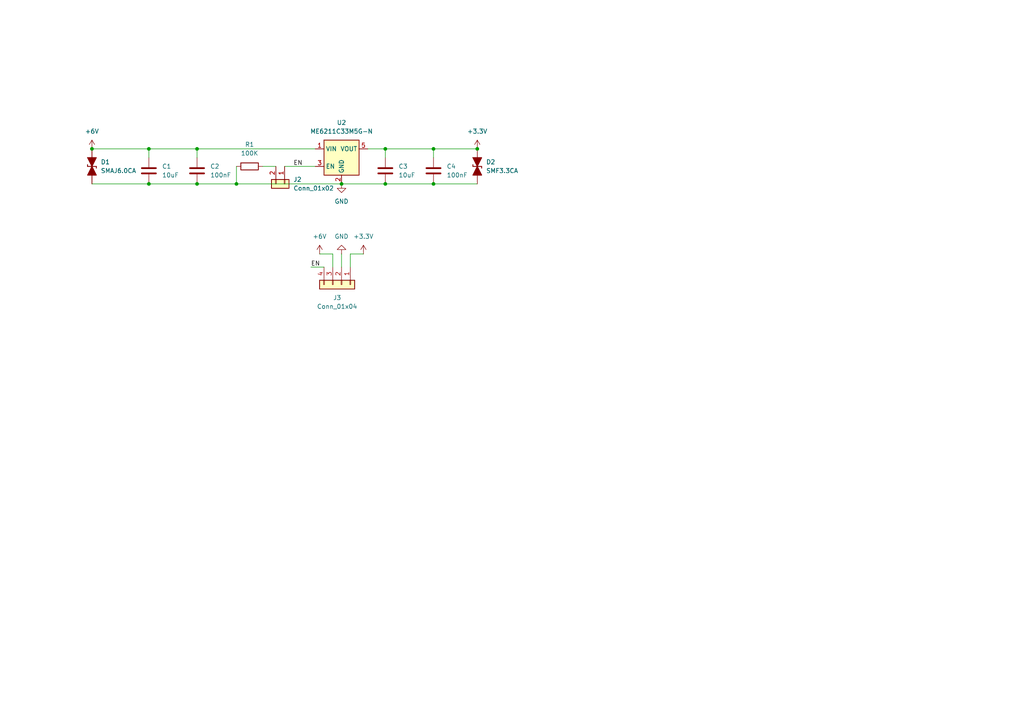
<source format=kicad_sch>
(kicad_sch
	(version 20250114)
	(generator "eeschema")
	(generator_version "9.0")
	(uuid "1df6ae02-d3d4-4e02-9ae3-4242eafe4dc1")
	(paper "A4")
	(lib_symbols
		(symbol "Connector_Generic:Conn_01x02"
			(pin_names
				(offset 1.016)
				(hide yes)
			)
			(exclude_from_sim no)
			(in_bom yes)
			(on_board yes)
			(property "Reference" "J"
				(at 0 2.54 0)
				(effects
					(font
						(size 1.27 1.27)
					)
				)
			)
			(property "Value" "Conn_01x02"
				(at 0 -5.08 0)
				(effects
					(font
						(size 1.27 1.27)
					)
				)
			)
			(property "Footprint" ""
				(at 0 0 0)
				(effects
					(font
						(size 1.27 1.27)
					)
					(hide yes)
				)
			)
			(property "Datasheet" "~"
				(at 0 0 0)
				(effects
					(font
						(size 1.27 1.27)
					)
					(hide yes)
				)
			)
			(property "Description" "Generic connector, single row, 01x02, script generated (kicad-library-utils/schlib/autogen/connector/)"
				(at 0 0 0)
				(effects
					(font
						(size 1.27 1.27)
					)
					(hide yes)
				)
			)
			(property "ki_keywords" "connector"
				(at 0 0 0)
				(effects
					(font
						(size 1.27 1.27)
					)
					(hide yes)
				)
			)
			(property "ki_fp_filters" "Connector*:*_1x??_*"
				(at 0 0 0)
				(effects
					(font
						(size 1.27 1.27)
					)
					(hide yes)
				)
			)
			(symbol "Conn_01x02_1_1"
				(rectangle
					(start -1.27 1.27)
					(end 1.27 -3.81)
					(stroke
						(width 0.254)
						(type default)
					)
					(fill
						(type background)
					)
				)
				(rectangle
					(start -1.27 0.127)
					(end 0 -0.127)
					(stroke
						(width 0.1524)
						(type default)
					)
					(fill
						(type none)
					)
				)
				(rectangle
					(start -1.27 -2.413)
					(end 0 -2.667)
					(stroke
						(width 0.1524)
						(type default)
					)
					(fill
						(type none)
					)
				)
				(pin passive line
					(at -5.08 0 0)
					(length 3.81)
					(name "Pin_1"
						(effects
							(font
								(size 1.27 1.27)
							)
						)
					)
					(number "1"
						(effects
							(font
								(size 1.27 1.27)
							)
						)
					)
				)
				(pin passive line
					(at -5.08 -2.54 0)
					(length 3.81)
					(name "Pin_2"
						(effects
							(font
								(size 1.27 1.27)
							)
						)
					)
					(number "2"
						(effects
							(font
								(size 1.27 1.27)
							)
						)
					)
				)
			)
			(embedded_fonts no)
		)
		(symbol "Connector_Generic:Conn_01x04"
			(pin_names
				(offset 1.016)
				(hide yes)
			)
			(exclude_from_sim no)
			(in_bom yes)
			(on_board yes)
			(property "Reference" "J"
				(at 0 5.08 0)
				(effects
					(font
						(size 1.27 1.27)
					)
				)
			)
			(property "Value" "Conn_01x04"
				(at 0 -7.62 0)
				(effects
					(font
						(size 1.27 1.27)
					)
				)
			)
			(property "Footprint" ""
				(at 0 0 0)
				(effects
					(font
						(size 1.27 1.27)
					)
					(hide yes)
				)
			)
			(property "Datasheet" "~"
				(at 0 0 0)
				(effects
					(font
						(size 1.27 1.27)
					)
					(hide yes)
				)
			)
			(property "Description" "Generic connector, single row, 01x04, script generated (kicad-library-utils/schlib/autogen/connector/)"
				(at 0 0 0)
				(effects
					(font
						(size 1.27 1.27)
					)
					(hide yes)
				)
			)
			(property "ki_keywords" "connector"
				(at 0 0 0)
				(effects
					(font
						(size 1.27 1.27)
					)
					(hide yes)
				)
			)
			(property "ki_fp_filters" "Connector*:*_1x??_*"
				(at 0 0 0)
				(effects
					(font
						(size 1.27 1.27)
					)
					(hide yes)
				)
			)
			(symbol "Conn_01x04_1_1"
				(rectangle
					(start -1.27 3.81)
					(end 1.27 -6.35)
					(stroke
						(width 0.254)
						(type default)
					)
					(fill
						(type background)
					)
				)
				(rectangle
					(start -1.27 2.667)
					(end 0 2.413)
					(stroke
						(width 0.1524)
						(type default)
					)
					(fill
						(type none)
					)
				)
				(rectangle
					(start -1.27 0.127)
					(end 0 -0.127)
					(stroke
						(width 0.1524)
						(type default)
					)
					(fill
						(type none)
					)
				)
				(rectangle
					(start -1.27 -2.413)
					(end 0 -2.667)
					(stroke
						(width 0.1524)
						(type default)
					)
					(fill
						(type none)
					)
				)
				(rectangle
					(start -1.27 -4.953)
					(end 0 -5.207)
					(stroke
						(width 0.1524)
						(type default)
					)
					(fill
						(type none)
					)
				)
				(pin passive line
					(at -5.08 2.54 0)
					(length 3.81)
					(name "Pin_1"
						(effects
							(font
								(size 1.27 1.27)
							)
						)
					)
					(number "1"
						(effects
							(font
								(size 1.27 1.27)
							)
						)
					)
				)
				(pin passive line
					(at -5.08 0 0)
					(length 3.81)
					(name "Pin_2"
						(effects
							(font
								(size 1.27 1.27)
							)
						)
					)
					(number "2"
						(effects
							(font
								(size 1.27 1.27)
							)
						)
					)
				)
				(pin passive line
					(at -5.08 -2.54 0)
					(length 3.81)
					(name "Pin_3"
						(effects
							(font
								(size 1.27 1.27)
							)
						)
					)
					(number "3"
						(effects
							(font
								(size 1.27 1.27)
							)
						)
					)
				)
				(pin passive line
					(at -5.08 -5.08 0)
					(length 3.81)
					(name "Pin_4"
						(effects
							(font
								(size 1.27 1.27)
							)
						)
					)
					(number "4"
						(effects
							(font
								(size 1.27 1.27)
							)
						)
					)
				)
			)
			(embedded_fonts no)
		)
		(symbol "Library:ME6211C33M5G-N"
			(exclude_from_sim no)
			(in_bom yes)
			(on_board yes)
			(property "Reference" "U"
				(at 0 8.89 0)
				(effects
					(font
						(size 1.27 1.27)
					)
				)
			)
			(property "Value" "ME6211C33M5G-N"
				(at 0 6.35 0)
				(effects
					(font
						(size 1.27 1.27)
					)
				)
			)
			(property "Footprint" "Package_TO_SOT_SMD:SOT-23-5"
				(at 0 7.62 0)
				(effects
					(font
						(size 1.27 1.27)
					)
					(hide yes)
				)
			)
			(property "Datasheet" "https://www.jlc-smt.com/lcsc/detail?componentCode=C82942"
				(at 0 7.62 0)
				(effects
					(font
						(size 1.27 1.27)
					)
					(hide yes)
				)
			)
			(property "Description" "250mA low-noise LDO, 2.2V-5.5V input, 1.5V output, SOT-23-5"
				(at 0 0 0)
				(effects
					(font
						(size 1.27 1.27)
					)
					(hide yes)
				)
			)
			(property "ki_keywords" "LDO regulator voltage"
				(at 0 0 0)
				(effects
					(font
						(size 1.27 1.27)
					)
					(hide yes)
				)
			)
			(property "ki_fp_filters" "SOT?23*"
				(at 0 0 0)
				(effects
					(font
						(size 1.27 1.27)
					)
					(hide yes)
				)
			)
			(symbol "ME6211C33M5G-N_0_1"
				(rectangle
					(start -5.08 5.08)
					(end 5.08 -5.08)
					(stroke
						(width 0.254)
						(type default)
					)
					(fill
						(type background)
					)
				)
			)
			(symbol "ME6211C33M5G-N_1_1"
				(pin power_in line
					(at -7.62 2.54 0)
					(length 2.54)
					(name "VIN"
						(effects
							(font
								(size 1.27 1.27)
							)
						)
					)
					(number "1"
						(effects
							(font
								(size 1.27 1.27)
							)
						)
					)
				)
				(pin input line
					(at -7.62 -2.54 0)
					(length 2.54)
					(name "EN"
						(effects
							(font
								(size 1.27 1.27)
							)
						)
					)
					(number "3"
						(effects
							(font
								(size 1.27 1.27)
							)
						)
					)
				)
				(pin power_in line
					(at 0 -7.62 90)
					(length 2.54)
					(name "GND"
						(effects
							(font
								(size 1.27 1.27)
							)
						)
					)
					(number "2"
						(effects
							(font
								(size 1.27 1.27)
							)
						)
					)
				)
				(pin no_connect line
					(at 5.08 -2.54 180)
					(length 2.54)
					(hide yes)
					(name "NC"
						(effects
							(font
								(size 1.27 1.27)
							)
						)
					)
					(number "4"
						(effects
							(font
								(size 1.27 1.27)
							)
						)
					)
				)
				(pin power_out line
					(at 7.62 2.54 180)
					(length 2.54)
					(name "VOUT"
						(effects
							(font
								(size 1.27 1.27)
							)
						)
					)
					(number "5"
						(effects
							(font
								(size 1.27 1.27)
							)
						)
					)
				)
			)
			(embedded_fonts no)
		)
		(symbol "Library:SMF3.3CA"
			(pin_numbers
				(hide yes)
			)
			(pin_names
				(offset 1.016)
				(hide yes)
			)
			(exclude_from_sim no)
			(in_bom yes)
			(on_board yes)
			(property "Reference" "D"
				(at 0 5.08 0)
				(effects
					(font
						(size 1.27 1.27)
					)
				)
			)
			(property "Value" "SMF3.3CA"
				(at 0 2.54 0)
				(effects
					(font
						(size 1.27 1.27)
					)
				)
			)
			(property "Footprint" "PCM_Diode_SMD_AKL:D_SOD-123F"
				(at 0 0 0)
				(effects
					(font
						(size 1.27 1.27)
					)
					(hide yes)
				)
			)
			(property "Datasheet" "https://item.szlcsc.com/48682096.html?fromZone=s_s__%2522SMF3.3CA%2522&spm=sc.gb.xh1.zy.n___sc.it.hd.ss&lcsc_vid=RVRcUVYDElFdXlJeRAALAwJQTwNeBgZeQ1QMUwJSRlQxVlNSQVZWVV1VR1lXVTtW"
				(at 0 0 0)
				(effects
					(font
						(size 1.27 1.27)
					)
					(hide yes)
				)
			)
			(property "Description" "SOD-123F Bidirectional TVS Diode, 5V, 200W, Alternate KiCAD Library"
				(at 0 0 0)
				(effects
					(font
						(size 1.27 1.27)
					)
					(hide yes)
				)
			)
			(property "ki_keywords" "diode TVS bidirectional SMF-CA"
				(at 0 0 0)
				(effects
					(font
						(size 1.27 1.27)
					)
					(hide yes)
				)
			)
			(property "ki_fp_filters" "TO-???* *_Diode_* *SingleDiode* D_*"
				(at 0 0 0)
				(effects
					(font
						(size 1.27 1.27)
					)
					(hide yes)
				)
			)
			(symbol "SMF3.3CA_0_1"
				(polyline
					(pts
						(xy 0 1.27) (xy 0 -1.27)
					)
					(stroke
						(width 0.254)
						(type default)
					)
					(fill
						(type none)
					)
				)
				(polyline
					(pts
						(xy 0 1.27) (xy 0.508 1.27)
					)
					(stroke
						(width 0.254)
						(type default)
					)
					(fill
						(type none)
					)
				)
				(polyline
					(pts
						(xy 0 0) (xy -2.54 1.27) (xy -2.54 -1.27) (xy 0 0)
					)
					(stroke
						(width 0.254)
						(type default)
					)
					(fill
						(type outline)
					)
				)
				(polyline
					(pts
						(xy 0 -1.27) (xy -0.508 -1.27)
					)
					(stroke
						(width 0.254)
						(type default)
					)
					(fill
						(type none)
					)
				)
				(polyline
					(pts
						(xy 1.27 0) (xy -1.27 0)
					)
					(stroke
						(width 0)
						(type default)
					)
					(fill
						(type none)
					)
				)
				(polyline
					(pts
						(xy 2.54 1.27) (xy 2.54 -1.27) (xy 0 0) (xy 2.54 1.27)
					)
					(stroke
						(width 0.254)
						(type default)
					)
					(fill
						(type outline)
					)
				)
			)
			(symbol "SMF3.3CA_0_2"
				(polyline
					(pts
						(xy -3.81 -3.81) (xy 3.81 3.81)
					)
					(stroke
						(width 0)
						(type default)
					)
					(fill
						(type none)
					)
				)
				(polyline
					(pts
						(xy -1.778 -1.778) (xy -2.667 -0.889) (xy 0 0) (xy -0.889 -2.667) (xy -1.778 -1.778)
					)
					(stroke
						(width 0.254)
						(type default)
					)
					(fill
						(type outline)
					)
				)
				(polyline
					(pts
						(xy -0.889 0.889) (xy -1.27 0.508)
					)
					(stroke
						(width 0.254)
						(type default)
					)
					(fill
						(type none)
					)
				)
				(polyline
					(pts
						(xy -0.889 0.889) (xy 0.889 -0.889)
					)
					(stroke
						(width 0.254)
						(type default)
					)
					(fill
						(type none)
					)
				)
				(polyline
					(pts
						(xy 0.889 -0.889) (xy 1.27 -0.508)
					)
					(stroke
						(width 0.254)
						(type default)
					)
					(fill
						(type none)
					)
				)
				(polyline
					(pts
						(xy 1.778 1.778) (xy 2.667 0.889) (xy 0 0) (xy 0.889 2.667) (xy 1.778 1.778)
					)
					(stroke
						(width 0.254)
						(type default)
					)
					(fill
						(type outline)
					)
				)
			)
			(symbol "SMF3.3CA_1_1"
				(pin passive line
					(at -5.08 0 0)
					(length 2.54)
					(name "K"
						(effects
							(font
								(size 1.27 1.27)
							)
						)
					)
					(number "1"
						(effects
							(font
								(size 1.27 1.27)
							)
						)
					)
				)
				(pin passive line
					(at 5.08 0 180)
					(length 2.54)
					(name "A"
						(effects
							(font
								(size 1.27 1.27)
							)
						)
					)
					(number "2"
						(effects
							(font
								(size 1.27 1.27)
							)
						)
					)
				)
			)
			(symbol "SMF3.3CA_1_2"
				(pin passive line
					(at -3.81 -3.81 0)
					(length 0)
					(name "A"
						(effects
							(font
								(size 1.27 1.27)
							)
						)
					)
					(number "2"
						(effects
							(font
								(size 1.27 1.27)
							)
						)
					)
				)
				(pin passive line
					(at 3.81 3.81 180)
					(length 0)
					(name "K"
						(effects
							(font
								(size 1.27 1.27)
							)
						)
					)
					(number "1"
						(effects
							(font
								(size 1.27 1.27)
							)
						)
					)
				)
			)
			(embedded_fonts no)
		)
		(symbol "PCM_Capacitor_US_AKL:C_1206"
			(pin_numbers
				(hide yes)
			)
			(pin_names
				(offset 0.254)
			)
			(exclude_from_sim no)
			(in_bom yes)
			(on_board yes)
			(property "Reference" "C"
				(at 0.635 2.54 0)
				(effects
					(font
						(size 1.27 1.27)
					)
					(justify left)
				)
			)
			(property "Value" "C_1206"
				(at 0.635 -2.54 0)
				(effects
					(font
						(size 1.27 1.27)
					)
					(justify left)
				)
			)
			(property "Footprint" "PCM_Capacitor_SMD_AKL:C_1206_3216Metric"
				(at 0.9652 -3.81 0)
				(effects
					(font
						(size 1.27 1.27)
					)
					(hide yes)
				)
			)
			(property "Datasheet" "~"
				(at 0 0 0)
				(effects
					(font
						(size 1.27 1.27)
					)
					(hide yes)
				)
			)
			(property "Description" "SMD 1206 MLCC capacitor, Alternate KiCad Library"
				(at 0 0 0)
				(effects
					(font
						(size 1.27 1.27)
					)
					(hide yes)
				)
			)
			(property "ki_keywords" "cap capacitor ceramic chip mlcc smd 1206"
				(at 0 0 0)
				(effects
					(font
						(size 1.27 1.27)
					)
					(hide yes)
				)
			)
			(property "ki_fp_filters" "C_*"
				(at 0 0 0)
				(effects
					(font
						(size 1.27 1.27)
					)
					(hide yes)
				)
			)
			(symbol "C_1206_0_1"
				(polyline
					(pts
						(xy -2.032 0.762) (xy 2.032 0.762)
					)
					(stroke
						(width 0.508)
						(type default)
					)
					(fill
						(type none)
					)
				)
				(polyline
					(pts
						(xy -2.032 -0.762) (xy 2.032 -0.762)
					)
					(stroke
						(width 0.508)
						(type default)
					)
					(fill
						(type none)
					)
				)
			)
			(symbol "C_1206_0_2"
				(polyline
					(pts
						(xy -2.54 -2.54) (xy -0.381 -0.381)
					)
					(stroke
						(width 0)
						(type default)
					)
					(fill
						(type none)
					)
				)
				(polyline
					(pts
						(xy -0.508 -0.508) (xy -1.651 0.635)
					)
					(stroke
						(width 0.508)
						(type default)
					)
					(fill
						(type none)
					)
				)
				(polyline
					(pts
						(xy -0.508 -0.508) (xy 0.635 -1.651)
					)
					(stroke
						(width 0.508)
						(type default)
					)
					(fill
						(type none)
					)
				)
				(polyline
					(pts
						(xy 0.381 0.381) (xy 2.54 2.54)
					)
					(stroke
						(width 0)
						(type default)
					)
					(fill
						(type none)
					)
				)
				(polyline
					(pts
						(xy 0.508 0.508) (xy -0.635 1.651)
					)
					(stroke
						(width 0.508)
						(type default)
					)
					(fill
						(type none)
					)
				)
				(polyline
					(pts
						(xy 0.508 0.508) (xy 1.651 -0.635)
					)
					(stroke
						(width 0.508)
						(type default)
					)
					(fill
						(type none)
					)
				)
			)
			(symbol "C_1206_1_1"
				(pin passive line
					(at 0 3.81 270)
					(length 2.794)
					(name "~"
						(effects
							(font
								(size 1.27 1.27)
							)
						)
					)
					(number "1"
						(effects
							(font
								(size 1.27 1.27)
							)
						)
					)
				)
				(pin passive line
					(at 0 -3.81 90)
					(length 2.794)
					(name "~"
						(effects
							(font
								(size 1.27 1.27)
							)
						)
					)
					(number "2"
						(effects
							(font
								(size 1.27 1.27)
							)
						)
					)
				)
			)
			(symbol "C_1206_1_2"
				(pin passive line
					(at -2.54 -2.54 90)
					(length 0)
					(name "~"
						(effects
							(font
								(size 1.27 1.27)
							)
						)
					)
					(number "2"
						(effects
							(font
								(size 1.27 1.27)
							)
						)
					)
				)
				(pin passive line
					(at 2.54 2.54 270)
					(length 0)
					(name "~"
						(effects
							(font
								(size 1.27 1.27)
							)
						)
					)
					(number "1"
						(effects
							(font
								(size 1.27 1.27)
							)
						)
					)
				)
			)
			(embedded_fonts no)
		)
		(symbol "PCM_Diode_TVS_AKL:SMAJ6.0CA"
			(pin_numbers
				(hide yes)
			)
			(pin_names
				(offset 1.016)
				(hide yes)
			)
			(exclude_from_sim no)
			(in_bom yes)
			(on_board yes)
			(property "Reference" "D"
				(at 0 5.08 0)
				(effects
					(font
						(size 1.27 1.27)
					)
				)
			)
			(property "Value" "SMAJ6.0CA"
				(at 0 2.54 0)
				(effects
					(font
						(size 1.27 1.27)
					)
				)
			)
			(property "Footprint" "PCM_Diode_SMD_AKL:D_SMA_TVS"
				(at 0 0 0)
				(effects
					(font
						(size 1.27 1.27)
					)
					(hide yes)
				)
			)
			(property "Datasheet" "https://www.tme.eu/Document/dbc72d81c249fe51b6ab42300e8e06d0/SMAJ_ser.pdf"
				(at 0 0 0)
				(effects
					(font
						(size 1.27 1.27)
					)
					(hide yes)
				)
			)
			(property "Description" "SMA Bidirectional TVS Diode, 6V, 400W, Alternate KiCAD Library"
				(at 0 0 0)
				(effects
					(font
						(size 1.27 1.27)
					)
					(hide yes)
				)
			)
			(property "ki_keywords" "diode TVS bidirectional SMAJ-CA"
				(at 0 0 0)
				(effects
					(font
						(size 1.27 1.27)
					)
					(hide yes)
				)
			)
			(property "ki_fp_filters" "TO-???* *_Diode_* *SingleDiode* D_*"
				(at 0 0 0)
				(effects
					(font
						(size 1.27 1.27)
					)
					(hide yes)
				)
			)
			(symbol "SMAJ6.0CA_0_1"
				(polyline
					(pts
						(xy 0 1.27) (xy 0 -1.27)
					)
					(stroke
						(width 0.254)
						(type default)
					)
					(fill
						(type none)
					)
				)
				(polyline
					(pts
						(xy 0 1.27) (xy 0.508 1.27)
					)
					(stroke
						(width 0.254)
						(type default)
					)
					(fill
						(type none)
					)
				)
				(polyline
					(pts
						(xy 0 0) (xy -2.54 1.27) (xy -2.54 -1.27) (xy 0 0)
					)
					(stroke
						(width 0.254)
						(type default)
					)
					(fill
						(type outline)
					)
				)
				(polyline
					(pts
						(xy 0 -1.27) (xy -0.508 -1.27)
					)
					(stroke
						(width 0.254)
						(type default)
					)
					(fill
						(type none)
					)
				)
				(polyline
					(pts
						(xy 1.27 0) (xy -1.27 0)
					)
					(stroke
						(width 0)
						(type default)
					)
					(fill
						(type none)
					)
				)
				(polyline
					(pts
						(xy 2.54 1.27) (xy 2.54 -1.27) (xy 0 0) (xy 2.54 1.27)
					)
					(stroke
						(width 0.254)
						(type default)
					)
					(fill
						(type outline)
					)
				)
			)
			(symbol "SMAJ6.0CA_0_2"
				(polyline
					(pts
						(xy -3.81 -3.81) (xy 3.81 3.81)
					)
					(stroke
						(width 0)
						(type default)
					)
					(fill
						(type none)
					)
				)
				(polyline
					(pts
						(xy -1.778 -1.778) (xy -2.667 -0.889) (xy 0 0) (xy -0.889 -2.667) (xy -1.778 -1.778)
					)
					(stroke
						(width 0.254)
						(type default)
					)
					(fill
						(type outline)
					)
				)
				(polyline
					(pts
						(xy -0.889 0.889) (xy -1.27 0.508)
					)
					(stroke
						(width 0.254)
						(type default)
					)
					(fill
						(type none)
					)
				)
				(polyline
					(pts
						(xy -0.889 0.889) (xy 0.889 -0.889)
					)
					(stroke
						(width 0.254)
						(type default)
					)
					(fill
						(type none)
					)
				)
				(polyline
					(pts
						(xy 0.889 -0.889) (xy 1.27 -0.508)
					)
					(stroke
						(width 0.254)
						(type default)
					)
					(fill
						(type none)
					)
				)
				(polyline
					(pts
						(xy 1.778 1.778) (xy 2.667 0.889) (xy 0 0) (xy 0.889 2.667) (xy 1.778 1.778)
					)
					(stroke
						(width 0.254)
						(type default)
					)
					(fill
						(type outline)
					)
				)
			)
			(symbol "SMAJ6.0CA_1_1"
				(pin passive line
					(at -5.08 0 0)
					(length 2.54)
					(name "K"
						(effects
							(font
								(size 1.27 1.27)
							)
						)
					)
					(number "1"
						(effects
							(font
								(size 1.27 1.27)
							)
						)
					)
				)
				(pin passive line
					(at 5.08 0 180)
					(length 2.54)
					(name "A"
						(effects
							(font
								(size 1.27 1.27)
							)
						)
					)
					(number "2"
						(effects
							(font
								(size 1.27 1.27)
							)
						)
					)
				)
			)
			(symbol "SMAJ6.0CA_1_2"
				(pin passive line
					(at -3.81 -3.81 0)
					(length 0)
					(name "A"
						(effects
							(font
								(size 1.27 1.27)
							)
						)
					)
					(number "2"
						(effects
							(font
								(size 1.27 1.27)
							)
						)
					)
				)
				(pin passive line
					(at 3.81 3.81 180)
					(length 0)
					(name "K"
						(effects
							(font
								(size 1.27 1.27)
							)
						)
					)
					(number "1"
						(effects
							(font
								(size 1.27 1.27)
							)
						)
					)
				)
			)
			(embedded_fonts no)
		)
		(symbol "PCM_Resistor_AKL:R_1206"
			(pin_numbers
				(hide yes)
			)
			(pin_names
				(offset 0)
			)
			(exclude_from_sim no)
			(in_bom yes)
			(on_board yes)
			(property "Reference" "R"
				(at 2.54 1.27 0)
				(effects
					(font
						(size 1.27 1.27)
					)
					(justify left)
				)
			)
			(property "Value" "R_1206"
				(at 2.54 -1.27 0)
				(effects
					(font
						(size 1.27 1.27)
					)
					(justify left)
				)
			)
			(property "Footprint" "PCM_Resistor_SMD_AKL:R_1206_3216Metric"
				(at 0 -11.43 0)
				(effects
					(font
						(size 1.27 1.27)
					)
					(hide yes)
				)
			)
			(property "Datasheet" "~"
				(at 0 0 0)
				(effects
					(font
						(size 1.27 1.27)
					)
					(hide yes)
				)
			)
			(property "Description" "SMD 1206 Chip Resistor, European Symbol, Alternate KiCad Library"
				(at 0 0 0)
				(effects
					(font
						(size 1.27 1.27)
					)
					(hide yes)
				)
			)
			(property "ki_keywords" "R res resistor eu  smd 1206"
				(at 0 0 0)
				(effects
					(font
						(size 1.27 1.27)
					)
					(hide yes)
				)
			)
			(property "ki_fp_filters" "R_*"
				(at 0 0 0)
				(effects
					(font
						(size 1.27 1.27)
					)
					(hide yes)
				)
			)
			(symbol "R_1206_0_1"
				(rectangle
					(start -1.016 2.54)
					(end 1.016 -2.54)
					(stroke
						(width 0.254)
						(type default)
					)
					(fill
						(type none)
					)
				)
			)
			(symbol "R_1206_0_2"
				(polyline
					(pts
						(xy -2.54 -2.54) (xy -1.524 -1.524)
					)
					(stroke
						(width 0)
						(type default)
					)
					(fill
						(type none)
					)
				)
				(polyline
					(pts
						(xy 1.524 1.524) (xy 2.54 2.54)
					)
					(stroke
						(width 0)
						(type default)
					)
					(fill
						(type none)
					)
				)
				(polyline
					(pts
						(xy 1.524 1.524) (xy 0.889 2.159) (xy -2.159 -0.889) (xy -0.889 -2.159) (xy 2.159 0.889) (xy 1.524 1.524)
					)
					(stroke
						(width 0.254)
						(type default)
					)
					(fill
						(type none)
					)
				)
			)
			(symbol "R_1206_1_1"
				(pin passive line
					(at 0 3.81 270)
					(length 1.27)
					(name "~"
						(effects
							(font
								(size 1.27 1.27)
							)
						)
					)
					(number "1"
						(effects
							(font
								(size 1.27 1.27)
							)
						)
					)
				)
				(pin passive line
					(at 0 -3.81 90)
					(length 1.27)
					(name "~"
						(effects
							(font
								(size 1.27 1.27)
							)
						)
					)
					(number "2"
						(effects
							(font
								(size 1.27 1.27)
							)
						)
					)
				)
			)
			(symbol "R_1206_1_2"
				(pin passive line
					(at -2.54 -2.54 0)
					(length 0)
					(name ""
						(effects
							(font
								(size 1.27 1.27)
							)
						)
					)
					(number "2"
						(effects
							(font
								(size 1.27 1.27)
							)
						)
					)
				)
				(pin passive line
					(at 2.54 2.54 180)
					(length 0)
					(name ""
						(effects
							(font
								(size 1.27 1.27)
							)
						)
					)
					(number "1"
						(effects
							(font
								(size 1.27 1.27)
							)
						)
					)
				)
			)
			(embedded_fonts no)
		)
		(symbol "power:+3.3V"
			(power)
			(pin_numbers
				(hide yes)
			)
			(pin_names
				(offset 0)
				(hide yes)
			)
			(exclude_from_sim no)
			(in_bom yes)
			(on_board yes)
			(property "Reference" "#PWR"
				(at 0 -3.81 0)
				(effects
					(font
						(size 1.27 1.27)
					)
					(hide yes)
				)
			)
			(property "Value" "+3.3V"
				(at 0 3.556 0)
				(effects
					(font
						(size 1.27 1.27)
					)
				)
			)
			(property "Footprint" ""
				(at 0 0 0)
				(effects
					(font
						(size 1.27 1.27)
					)
					(hide yes)
				)
			)
			(property "Datasheet" ""
				(at 0 0 0)
				(effects
					(font
						(size 1.27 1.27)
					)
					(hide yes)
				)
			)
			(property "Description" "Power symbol creates a global label with name \"+3.3V\""
				(at 0 0 0)
				(effects
					(font
						(size 1.27 1.27)
					)
					(hide yes)
				)
			)
			(property "ki_keywords" "global power"
				(at 0 0 0)
				(effects
					(font
						(size 1.27 1.27)
					)
					(hide yes)
				)
			)
			(symbol "+3.3V_0_1"
				(polyline
					(pts
						(xy -0.762 1.27) (xy 0 2.54)
					)
					(stroke
						(width 0)
						(type default)
					)
					(fill
						(type none)
					)
				)
				(polyline
					(pts
						(xy 0 2.54) (xy 0.762 1.27)
					)
					(stroke
						(width 0)
						(type default)
					)
					(fill
						(type none)
					)
				)
				(polyline
					(pts
						(xy 0 0) (xy 0 2.54)
					)
					(stroke
						(width 0)
						(type default)
					)
					(fill
						(type none)
					)
				)
			)
			(symbol "+3.3V_1_1"
				(pin power_in line
					(at 0 0 90)
					(length 0)
					(name "~"
						(effects
							(font
								(size 1.27 1.27)
							)
						)
					)
					(number "1"
						(effects
							(font
								(size 1.27 1.27)
							)
						)
					)
				)
			)
			(embedded_fonts no)
		)
		(symbol "power:+6V"
			(power)
			(pin_numbers
				(hide yes)
			)
			(pin_names
				(offset 0)
				(hide yes)
			)
			(exclude_from_sim no)
			(in_bom yes)
			(on_board yes)
			(property "Reference" "#PWR"
				(at 0 -3.81 0)
				(effects
					(font
						(size 1.27 1.27)
					)
					(hide yes)
				)
			)
			(property "Value" "+6V"
				(at 0 3.556 0)
				(effects
					(font
						(size 1.27 1.27)
					)
				)
			)
			(property "Footprint" ""
				(at 0 0 0)
				(effects
					(font
						(size 1.27 1.27)
					)
					(hide yes)
				)
			)
			(property "Datasheet" ""
				(at 0 0 0)
				(effects
					(font
						(size 1.27 1.27)
					)
					(hide yes)
				)
			)
			(property "Description" "Power symbol creates a global label with name \"+6V\""
				(at 0 0 0)
				(effects
					(font
						(size 1.27 1.27)
					)
					(hide yes)
				)
			)
			(property "ki_keywords" "global power"
				(at 0 0 0)
				(effects
					(font
						(size 1.27 1.27)
					)
					(hide yes)
				)
			)
			(symbol "+6V_0_1"
				(polyline
					(pts
						(xy -0.762 1.27) (xy 0 2.54)
					)
					(stroke
						(width 0)
						(type default)
					)
					(fill
						(type none)
					)
				)
				(polyline
					(pts
						(xy 0 2.54) (xy 0.762 1.27)
					)
					(stroke
						(width 0)
						(type default)
					)
					(fill
						(type none)
					)
				)
				(polyline
					(pts
						(xy 0 0) (xy 0 2.54)
					)
					(stroke
						(width 0)
						(type default)
					)
					(fill
						(type none)
					)
				)
			)
			(symbol "+6V_1_1"
				(pin power_in line
					(at 0 0 90)
					(length 0)
					(name "~"
						(effects
							(font
								(size 1.27 1.27)
							)
						)
					)
					(number "1"
						(effects
							(font
								(size 1.27 1.27)
							)
						)
					)
				)
			)
			(embedded_fonts no)
		)
		(symbol "power:GND"
			(power)
			(pin_numbers
				(hide yes)
			)
			(pin_names
				(offset 0)
				(hide yes)
			)
			(exclude_from_sim no)
			(in_bom yes)
			(on_board yes)
			(property "Reference" "#PWR"
				(at 0 -6.35 0)
				(effects
					(font
						(size 1.27 1.27)
					)
					(hide yes)
				)
			)
			(property "Value" "GND"
				(at 0 -3.81 0)
				(effects
					(font
						(size 1.27 1.27)
					)
				)
			)
			(property "Footprint" ""
				(at 0 0 0)
				(effects
					(font
						(size 1.27 1.27)
					)
					(hide yes)
				)
			)
			(property "Datasheet" ""
				(at 0 0 0)
				(effects
					(font
						(size 1.27 1.27)
					)
					(hide yes)
				)
			)
			(property "Description" "Power symbol creates a global label with name \"GND\" , ground"
				(at 0 0 0)
				(effects
					(font
						(size 1.27 1.27)
					)
					(hide yes)
				)
			)
			(property "ki_keywords" "global power"
				(at 0 0 0)
				(effects
					(font
						(size 1.27 1.27)
					)
					(hide yes)
				)
			)
			(symbol "GND_0_1"
				(polyline
					(pts
						(xy 0 0) (xy 0 -1.27) (xy 1.27 -1.27) (xy 0 -2.54) (xy -1.27 -1.27) (xy 0 -1.27)
					)
					(stroke
						(width 0)
						(type default)
					)
					(fill
						(type none)
					)
				)
			)
			(symbol "GND_1_1"
				(pin power_in line
					(at 0 0 270)
					(length 0)
					(name "~"
						(effects
							(font
								(size 1.27 1.27)
							)
						)
					)
					(number "1"
						(effects
							(font
								(size 1.27 1.27)
							)
						)
					)
				)
			)
			(embedded_fonts no)
		)
	)
	(junction
		(at 68.58 53.34)
		(diameter 0)
		(color 0 0 0 0)
		(uuid "4af795f9-0d39-419b-9253-4e982ee5e1c0")
	)
	(junction
		(at 125.73 53.34)
		(diameter 0)
		(color 0 0 0 0)
		(uuid "514833eb-50a9-44fe-916f-294371287c75")
	)
	(junction
		(at 125.73 43.18)
		(diameter 0)
		(color 0 0 0 0)
		(uuid "64aba8ce-fd6c-4491-992c-3b04ebd53f9f")
	)
	(junction
		(at 43.18 53.34)
		(diameter 0)
		(color 0 0 0 0)
		(uuid "6badc462-3549-4c36-8e68-21b0bb8cafde")
	)
	(junction
		(at 111.76 43.18)
		(diameter 0)
		(color 0 0 0 0)
		(uuid "719da37d-a298-4564-bf72-c6c4262e0a9d")
	)
	(junction
		(at 111.76 53.34)
		(diameter 0)
		(color 0 0 0 0)
		(uuid "9042bff0-f34f-427b-85c5-6b9b00f8c2b8")
	)
	(junction
		(at 99.06 53.34)
		(diameter 0)
		(color 0 0 0 0)
		(uuid "90bbae5f-2561-4229-8205-1a5909633dd6")
	)
	(junction
		(at 57.15 53.34)
		(diameter 0)
		(color 0 0 0 0)
		(uuid "93e780b9-2863-4b2b-b297-6be449c23a72")
	)
	(junction
		(at 57.15 43.18)
		(diameter 0)
		(color 0 0 0 0)
		(uuid "9d1d29f1-637e-4e32-bd4e-238eec1c5c0e")
	)
	(junction
		(at 138.43 43.18)
		(diameter 0)
		(color 0 0 0 0)
		(uuid "b8fa3e1b-f2e6-4adb-b381-c72c396e8bae")
	)
	(junction
		(at 26.67 43.18)
		(diameter 0)
		(color 0 0 0 0)
		(uuid "d9f3bd06-4938-4726-a19f-01c222e4bf64")
	)
	(junction
		(at 43.18 43.18)
		(diameter 0)
		(color 0 0 0 0)
		(uuid "e2d4d540-1b28-4c57-a6ca-376db0bf414f")
	)
	(wire
		(pts
			(xy 106.68 43.18) (xy 111.76 43.18)
		)
		(stroke
			(width 0)
			(type default)
		)
		(uuid "05ac1d29-e7d3-432c-88cf-2f065aa99a93")
	)
	(wire
		(pts
			(xy 43.18 43.18) (xy 57.15 43.18)
		)
		(stroke
			(width 0)
			(type default)
		)
		(uuid "0fe6615d-7d0f-4bd7-87e6-67912a7768d0")
	)
	(wire
		(pts
			(xy 99.06 53.34) (xy 111.76 53.34)
		)
		(stroke
			(width 0)
			(type default)
		)
		(uuid "1774fcfe-1112-46e7-acbb-d28140846add")
	)
	(wire
		(pts
			(xy 99.06 73.66) (xy 99.06 77.47)
		)
		(stroke
			(width 0)
			(type default)
		)
		(uuid "276cfdbc-7c71-48a6-a7cb-091d947a4b44")
	)
	(wire
		(pts
			(xy 68.58 48.26) (xy 68.58 53.34)
		)
		(stroke
			(width 0)
			(type default)
		)
		(uuid "2ad27cc4-58a2-42f3-92c2-6aa61077642b")
	)
	(wire
		(pts
			(xy 26.67 43.18) (xy 43.18 43.18)
		)
		(stroke
			(width 0)
			(type default)
		)
		(uuid "2c2418c9-d76c-4077-90b4-b4fa14f4dae8")
	)
	(wire
		(pts
			(xy 68.58 53.34) (xy 99.06 53.34)
		)
		(stroke
			(width 0)
			(type default)
		)
		(uuid "2c4e8303-f8df-46e2-98c7-a5a8d16f62b9")
	)
	(wire
		(pts
			(xy 125.73 53.34) (xy 138.43 53.34)
		)
		(stroke
			(width 0)
			(type default)
		)
		(uuid "3a9006f2-1804-4563-8ac2-ab9854d7055c")
	)
	(wire
		(pts
			(xy 43.18 53.34) (xy 57.15 53.34)
		)
		(stroke
			(width 0)
			(type default)
		)
		(uuid "3fadcb6a-dd90-4bc8-80b0-a3059fa1fb32")
	)
	(wire
		(pts
			(xy 76.2 48.26) (xy 80.01 48.26)
		)
		(stroke
			(width 0)
			(type default)
		)
		(uuid "510b7689-2380-49b0-bd8a-dedeb7f08421")
	)
	(wire
		(pts
			(xy 82.55 48.26) (xy 91.44 48.26)
		)
		(stroke
			(width 0)
			(type default)
		)
		(uuid "6cc9fcf4-0259-4d7c-95df-d78e1cda3f68")
	)
	(wire
		(pts
			(xy 125.73 43.18) (xy 138.43 43.18)
		)
		(stroke
			(width 0)
			(type default)
		)
		(uuid "72f383a0-3587-4727-9bd0-663df02f2aaf")
	)
	(wire
		(pts
			(xy 92.71 73.66) (xy 96.52 73.66)
		)
		(stroke
			(width 0)
			(type default)
		)
		(uuid "7a9f4117-b4e7-4144-8d35-26ae16be4005")
	)
	(wire
		(pts
			(xy 57.15 43.18) (xy 57.15 45.72)
		)
		(stroke
			(width 0)
			(type default)
		)
		(uuid "7c5bbed0-37b4-461b-83e6-1cf8567c570c")
	)
	(wire
		(pts
			(xy 26.67 53.34) (xy 43.18 53.34)
		)
		(stroke
			(width 0)
			(type default)
		)
		(uuid "7f2cbe72-dcac-4864-8902-a467ee0e6b68")
	)
	(wire
		(pts
			(xy 57.15 43.18) (xy 91.44 43.18)
		)
		(stroke
			(width 0)
			(type default)
		)
		(uuid "861a7793-2ba1-427b-bd6a-76c18a36eee7")
	)
	(wire
		(pts
			(xy 101.6 73.66) (xy 101.6 77.47)
		)
		(stroke
			(width 0)
			(type default)
		)
		(uuid "a3816e9e-c4de-49d2-8614-49bc422649e7")
	)
	(wire
		(pts
			(xy 96.52 73.66) (xy 96.52 77.47)
		)
		(stroke
			(width 0)
			(type default)
		)
		(uuid "a882a16f-140b-46f0-830f-d3fcd257bb22")
	)
	(wire
		(pts
			(xy 111.76 43.18) (xy 125.73 43.18)
		)
		(stroke
			(width 0)
			(type default)
		)
		(uuid "bb2287cb-2197-4c56-b358-48753385a0d0")
	)
	(wire
		(pts
			(xy 57.15 53.34) (xy 68.58 53.34)
		)
		(stroke
			(width 0)
			(type default)
		)
		(uuid "c19fec5c-7ef7-4d12-a92a-7e81323692e2")
	)
	(wire
		(pts
			(xy 111.76 43.18) (xy 111.76 45.72)
		)
		(stroke
			(width 0)
			(type default)
		)
		(uuid "c85a27d2-8038-49e5-b8dd-2cbab5b727bb")
	)
	(wire
		(pts
			(xy 101.6 73.66) (xy 105.41 73.66)
		)
		(stroke
			(width 0)
			(type default)
		)
		(uuid "ceb15113-566a-4374-9eb5-62585ab0adca")
	)
	(wire
		(pts
			(xy 125.73 43.18) (xy 125.73 45.72)
		)
		(stroke
			(width 0)
			(type default)
		)
		(uuid "cf4710e6-9f1f-47d0-a123-1878a9663cdc")
	)
	(wire
		(pts
			(xy 90.17 77.47) (xy 93.98 77.47)
		)
		(stroke
			(width 0)
			(type default)
		)
		(uuid "eee203dc-b557-4b5a-a75f-3b223a649d26")
	)
	(wire
		(pts
			(xy 111.76 53.34) (xy 125.73 53.34)
		)
		(stroke
			(width 0)
			(type default)
		)
		(uuid "efc3acde-0194-4669-b223-6090a94cc0ad")
	)
	(wire
		(pts
			(xy 43.18 43.18) (xy 43.18 45.72)
		)
		(stroke
			(width 0)
			(type default)
		)
		(uuid "f9714cac-ff9a-4506-b933-dec29543c863")
	)
	(label "EN"
		(at 90.17 77.47 0)
		(effects
			(font
				(size 1.27 1.27)
			)
			(justify left bottom)
		)
		(uuid "a7b41ea3-ca5d-4923-9724-5084e5e165ef")
	)
	(label "EN"
		(at 85.09 48.26 0)
		(effects
			(font
				(size 1.27 1.27)
			)
			(justify left bottom)
		)
		(uuid "c40fb4ec-5753-4f89-8aad-2c50cae7b75c")
	)
	(symbol
		(lib_id "PCM_Resistor_AKL:R_1206")
		(at 72.39 48.26 90)
		(unit 1)
		(exclude_from_sim no)
		(in_bom yes)
		(on_board yes)
		(dnp no)
		(fields_autoplaced yes)
		(uuid "14c8a2d7-37e1-4d40-b01b-3ad016d77147")
		(property "Reference" "R1"
			(at 72.39 41.91 90)
			(effects
				(font
					(size 1.27 1.27)
				)
			)
		)
		(property "Value" "100K"
			(at 72.39 44.45 90)
			(effects
				(font
					(size 1.27 1.27)
				)
			)
		)
		(property "Footprint" "PCM_Resistor_SMD_AKL:R_1206_3216Metric"
			(at 83.82 48.26 0)
			(effects
				(font
					(size 1.27 1.27)
				)
				(hide yes)
			)
		)
		(property "Datasheet" "~"
			(at 72.39 48.26 0)
			(effects
				(font
					(size 1.27 1.27)
				)
				(hide yes)
			)
		)
		(property "Description" "SMD 1206 Chip Resistor, European Symbol, Alternate KiCad Library"
			(at 72.39 48.26 0)
			(effects
				(font
					(size 1.27 1.27)
				)
				(hide yes)
			)
		)
		(pin "2"
			(uuid "10a38e45-3381-4942-a41e-24cdd32929c1")
		)
		(pin "1"
			(uuid "737ea43f-042d-4feb-a816-c97b42b972f1")
		)
		(instances
			(project ""
				(path "/1df6ae02-d3d4-4e02-9ae3-4242eafe4dc1"
					(reference "R1")
					(unit 1)
				)
			)
		)
	)
	(symbol
		(lib_id "PCM_Capacitor_US_AKL:C_1206")
		(at 125.73 49.53 0)
		(unit 1)
		(exclude_from_sim no)
		(in_bom yes)
		(on_board yes)
		(dnp no)
		(fields_autoplaced yes)
		(uuid "232928ec-4543-44fa-9151-c17ecbf974f2")
		(property "Reference" "C4"
			(at 129.54 48.2599 0)
			(effects
				(font
					(size 1.27 1.27)
				)
				(justify left)
			)
		)
		(property "Value" "100nF"
			(at 129.54 50.7999 0)
			(effects
				(font
					(size 1.27 1.27)
				)
				(justify left)
			)
		)
		(property "Footprint" "PCM_Capacitor_SMD_AKL:C_1206_3216Metric"
			(at 126.6952 53.34 0)
			(effects
				(font
					(size 1.27 1.27)
				)
				(hide yes)
			)
		)
		(property "Datasheet" "~"
			(at 125.73 49.53 0)
			(effects
				(font
					(size 1.27 1.27)
				)
				(hide yes)
			)
		)
		(property "Description" "SMD 1206 MLCC capacitor, Alternate KiCad Library"
			(at 125.73 49.53 0)
			(effects
				(font
					(size 1.27 1.27)
				)
				(hide yes)
			)
		)
		(pin "2"
			(uuid "5945e5ad-70a8-4f56-99f5-85fc87fbd9cd")
		)
		(pin "1"
			(uuid "cedff690-39f5-4644-a345-205a86a6e3b2")
		)
		(instances
			(project "HT7333"
				(path "/1df6ae02-d3d4-4e02-9ae3-4242eafe4dc1"
					(reference "C4")
					(unit 1)
				)
			)
		)
	)
	(symbol
		(lib_id "power:+3.3V")
		(at 105.41 73.66 0)
		(unit 1)
		(exclude_from_sim no)
		(in_bom yes)
		(on_board yes)
		(dnp no)
		(fields_autoplaced yes)
		(uuid "2e8b975b-119c-45dc-995b-e688ee0491dd")
		(property "Reference" "#PWR05"
			(at 105.41 77.47 0)
			(effects
				(font
					(size 1.27 1.27)
				)
				(hide yes)
			)
		)
		(property "Value" "+3.3V"
			(at 105.41 68.58 0)
			(effects
				(font
					(size 1.27 1.27)
				)
			)
		)
		(property "Footprint" ""
			(at 105.41 73.66 0)
			(effects
				(font
					(size 1.27 1.27)
				)
				(hide yes)
			)
		)
		(property "Datasheet" ""
			(at 105.41 73.66 0)
			(effects
				(font
					(size 1.27 1.27)
				)
				(hide yes)
			)
		)
		(property "Description" "Power symbol creates a global label with name \"+3.3V\""
			(at 105.41 73.66 0)
			(effects
				(font
					(size 1.27 1.27)
				)
				(hide yes)
			)
		)
		(pin "1"
			(uuid "e457f9d2-f4ce-4959-8e74-1b1750ab6661")
		)
		(instances
			(project ""
				(path "/1df6ae02-d3d4-4e02-9ae3-4242eafe4dc1"
					(reference "#PWR05")
					(unit 1)
				)
			)
		)
	)
	(symbol
		(lib_id "PCM_Capacitor_US_AKL:C_1206")
		(at 43.18 49.53 0)
		(unit 1)
		(exclude_from_sim no)
		(in_bom yes)
		(on_board yes)
		(dnp no)
		(fields_autoplaced yes)
		(uuid "35fcd58a-1490-4b7a-91f4-0733045aae36")
		(property "Reference" "C1"
			(at 46.99 48.2599 0)
			(effects
				(font
					(size 1.27 1.27)
				)
				(justify left)
			)
		)
		(property "Value" "10uF"
			(at 46.99 50.7999 0)
			(effects
				(font
					(size 1.27 1.27)
				)
				(justify left)
			)
		)
		(property "Footprint" "PCM_Capacitor_SMD_AKL:C_1206_3216Metric"
			(at 44.1452 53.34 0)
			(effects
				(font
					(size 1.27 1.27)
				)
				(hide yes)
			)
		)
		(property "Datasheet" "~"
			(at 43.18 49.53 0)
			(effects
				(font
					(size 1.27 1.27)
				)
				(hide yes)
			)
		)
		(property "Description" "SMD 1206 MLCC capacitor, Alternate KiCad Library"
			(at 43.18 49.53 0)
			(effects
				(font
					(size 1.27 1.27)
				)
				(hide yes)
			)
		)
		(pin "2"
			(uuid "6a1a0982-ca59-4f51-883b-617dc0a82d4a")
		)
		(pin "1"
			(uuid "4336eb44-d546-43fb-aa85-2f4d1dd18b01")
		)
		(instances
			(project ""
				(path "/1df6ae02-d3d4-4e02-9ae3-4242eafe4dc1"
					(reference "C1")
					(unit 1)
				)
			)
		)
	)
	(symbol
		(lib_id "PCM_Diode_TVS_AKL:SMAJ6.0CA")
		(at 26.67 48.26 90)
		(unit 1)
		(exclude_from_sim no)
		(in_bom yes)
		(on_board yes)
		(dnp no)
		(fields_autoplaced yes)
		(uuid "5241e396-64b1-4eeb-84a0-7ec3f67beff0")
		(property "Reference" "D1"
			(at 29.21 46.9899 90)
			(effects
				(font
					(size 1.27 1.27)
				)
				(justify right)
			)
		)
		(property "Value" "SMAJ6.0CA"
			(at 29.21 49.5299 90)
			(effects
				(font
					(size 1.27 1.27)
				)
				(justify right)
			)
		)
		(property "Footprint" "PCM_Diode_SMD_AKL:D_SMA_TVS"
			(at 26.67 48.26 0)
			(effects
				(font
					(size 1.27 1.27)
				)
				(hide yes)
			)
		)
		(property "Datasheet" "https://www.tme.eu/Document/dbc72d81c249fe51b6ab42300e8e06d0/SMAJ_ser.pdf"
			(at 26.67 48.26 0)
			(effects
				(font
					(size 1.27 1.27)
				)
				(hide yes)
			)
		)
		(property "Description" "SMA Bidirectional TVS Diode, 6V, 400W, Alternate KiCAD Library"
			(at 26.67 48.26 0)
			(effects
				(font
					(size 1.27 1.27)
				)
				(hide yes)
			)
		)
		(pin "2"
			(uuid "5e3406a3-f81b-49ce-8d82-5c7e7df754dd")
		)
		(pin "1"
			(uuid "05277eb0-61f9-4bd6-b242-0832f074e3f3")
		)
		(instances
			(project ""
				(path "/1df6ae02-d3d4-4e02-9ae3-4242eafe4dc1"
					(reference "D1")
					(unit 1)
				)
			)
		)
	)
	(symbol
		(lib_id "Library:ME6211C33M5G-N")
		(at 99.06 45.72 0)
		(unit 1)
		(exclude_from_sim no)
		(in_bom yes)
		(on_board yes)
		(dnp no)
		(fields_autoplaced yes)
		(uuid "54dcd973-4a55-4250-97e9-5753d280cab5")
		(property "Reference" "U2"
			(at 99.06 35.56 0)
			(effects
				(font
					(size 1.27 1.27)
				)
			)
		)
		(property "Value" "ME6211C33M5G-N"
			(at 99.06 38.1 0)
			(effects
				(font
					(size 1.27 1.27)
				)
			)
		)
		(property "Footprint" "Package_TO_SOT_SMD:SOT-23-5"
			(at 99.06 38.1 0)
			(effects
				(font
					(size 1.27 1.27)
				)
				(hide yes)
			)
		)
		(property "Datasheet" "https://www.jlc-smt.com/lcsc/detail?componentCode=C82942"
			(at 99.06 38.1 0)
			(effects
				(font
					(size 1.27 1.27)
				)
				(hide yes)
			)
		)
		(property "Description" "250mA low-noise LDO, 2.2V-5.5V input, 1.5V output, SOT-23-5"
			(at 99.06 45.72 0)
			(effects
				(font
					(size 1.27 1.27)
				)
				(hide yes)
			)
		)
		(pin "4"
			(uuid "28d50179-f08a-4b2d-913e-e3dbafaa6d4c")
		)
		(pin "1"
			(uuid "8d84e4b8-c93c-4349-993c-76ac81953a72")
		)
		(pin "5"
			(uuid "778b663d-b371-4158-b349-080ff64156e1")
		)
		(pin "3"
			(uuid "a4c2d1ce-4d8c-4fa2-af7e-62d08f51da51")
		)
		(pin "2"
			(uuid "bc8c6241-ca3e-4c46-803b-fa86f106edbb")
		)
		(instances
			(project ""
				(path "/1df6ae02-d3d4-4e02-9ae3-4242eafe4dc1"
					(reference "U2")
					(unit 1)
				)
			)
		)
	)
	(symbol
		(lib_id "PCM_Capacitor_US_AKL:C_1206")
		(at 57.15 49.53 0)
		(unit 1)
		(exclude_from_sim no)
		(in_bom yes)
		(on_board yes)
		(dnp no)
		(fields_autoplaced yes)
		(uuid "65dad9bb-d540-42b5-a7e8-22676942662b")
		(property "Reference" "C2"
			(at 60.96 48.2599 0)
			(effects
				(font
					(size 1.27 1.27)
				)
				(justify left)
			)
		)
		(property "Value" "100nF"
			(at 60.96 50.7999 0)
			(effects
				(font
					(size 1.27 1.27)
				)
				(justify left)
			)
		)
		(property "Footprint" "PCM_Capacitor_SMD_AKL:C_1206_3216Metric"
			(at 58.1152 53.34 0)
			(effects
				(font
					(size 1.27 1.27)
				)
				(hide yes)
			)
		)
		(property "Datasheet" "~"
			(at 57.15 49.53 0)
			(effects
				(font
					(size 1.27 1.27)
				)
				(hide yes)
			)
		)
		(property "Description" "SMD 1206 MLCC capacitor, Alternate KiCad Library"
			(at 57.15 49.53 0)
			(effects
				(font
					(size 1.27 1.27)
				)
				(hide yes)
			)
		)
		(pin "2"
			(uuid "2d36c623-82d1-448a-84e7-e7f84ab5f0b5")
		)
		(pin "1"
			(uuid "316d52cb-2755-4f6f-82f9-d2cb23a71406")
		)
		(instances
			(project "HT7333"
				(path "/1df6ae02-d3d4-4e02-9ae3-4242eafe4dc1"
					(reference "C2")
					(unit 1)
				)
			)
		)
	)
	(symbol
		(lib_id "power:+6V")
		(at 92.71 73.66 0)
		(unit 1)
		(exclude_from_sim no)
		(in_bom yes)
		(on_board yes)
		(dnp no)
		(fields_autoplaced yes)
		(uuid "6fc5a5ed-61f0-4605-8da2-0cf76787cdc8")
		(property "Reference" "#PWR08"
			(at 92.71 77.47 0)
			(effects
				(font
					(size 1.27 1.27)
				)
				(hide yes)
			)
		)
		(property "Value" "+6V"
			(at 92.71 68.58 0)
			(effects
				(font
					(size 1.27 1.27)
				)
			)
		)
		(property "Footprint" ""
			(at 92.71 73.66 0)
			(effects
				(font
					(size 1.27 1.27)
				)
				(hide yes)
			)
		)
		(property "Datasheet" ""
			(at 92.71 73.66 0)
			(effects
				(font
					(size 1.27 1.27)
				)
				(hide yes)
			)
		)
		(property "Description" "Power symbol creates a global label with name \"+6V\""
			(at 92.71 73.66 0)
			(effects
				(font
					(size 1.27 1.27)
				)
				(hide yes)
			)
		)
		(pin "1"
			(uuid "89d12a5d-79f8-449f-8d1b-280469258ace")
		)
		(instances
			(project "ME6211C33M5G-N"
				(path "/1df6ae02-d3d4-4e02-9ae3-4242eafe4dc1"
					(reference "#PWR08")
					(unit 1)
				)
			)
		)
	)
	(symbol
		(lib_id "Library:SMF3.3CA")
		(at 138.43 48.26 90)
		(unit 1)
		(exclude_from_sim no)
		(in_bom yes)
		(on_board yes)
		(dnp no)
		(fields_autoplaced yes)
		(uuid "86172d1a-4684-4ac8-814f-ceae49651803")
		(property "Reference" "D2"
			(at 140.97 46.9899 90)
			(effects
				(font
					(size 1.27 1.27)
				)
				(justify right)
			)
		)
		(property "Value" "SMF3.3CA"
			(at 140.97 49.5299 90)
			(effects
				(font
					(size 1.27 1.27)
				)
				(justify right)
			)
		)
		(property "Footprint" "PCM_Diode_SMD_AKL:D_SOD-123F"
			(at 138.43 48.26 0)
			(effects
				(font
					(size 1.27 1.27)
				)
				(hide yes)
			)
		)
		(property "Datasheet" "https://item.szlcsc.com/48682096.html?fromZone=s_s__%2522SMF3.3CA%2522&spm=sc.gb.xh1.zy.n___sc.it.hd.ss&lcsc_vid=RVRcUVYDElFdXlJeRAALAwJQTwNeBgZeQ1QMUwJSRlQxVlNSQVZWVV1VR1lXVTtW"
			(at 138.43 48.26 0)
			(effects
				(font
					(size 1.27 1.27)
				)
				(hide yes)
			)
		)
		(property "Description" "SOD-123F Bidirectional TVS Diode, 5V, 200W, Alternate KiCAD Library"
			(at 138.43 48.26 0)
			(effects
				(font
					(size 1.27 1.27)
				)
				(hide yes)
			)
		)
		(pin "2"
			(uuid "d836897b-c911-40b7-b351-4c1beca91fbb")
		)
		(pin "1"
			(uuid "b6dd5fc6-152b-4936-9092-181aa43b3b70")
		)
		(instances
			(project ""
				(path "/1df6ae02-d3d4-4e02-9ae3-4242eafe4dc1"
					(reference "D2")
					(unit 1)
				)
			)
		)
	)
	(symbol
		(lib_id "power:+3.3V")
		(at 138.43 43.18 0)
		(unit 1)
		(exclude_from_sim no)
		(in_bom yes)
		(on_board yes)
		(dnp no)
		(fields_autoplaced yes)
		(uuid "8fbf0ef5-729d-4a49-b8ff-8eaae5a320b0")
		(property "Reference" "#PWR06"
			(at 138.43 46.99 0)
			(effects
				(font
					(size 1.27 1.27)
				)
				(hide yes)
			)
		)
		(property "Value" "+3.3V"
			(at 138.43 38.1 0)
			(effects
				(font
					(size 1.27 1.27)
				)
			)
		)
		(property "Footprint" ""
			(at 138.43 43.18 0)
			(effects
				(font
					(size 1.27 1.27)
				)
				(hide yes)
			)
		)
		(property "Datasheet" ""
			(at 138.43 43.18 0)
			(effects
				(font
					(size 1.27 1.27)
				)
				(hide yes)
			)
		)
		(property "Description" "Power symbol creates a global label with name \"+3.3V\""
			(at 138.43 43.18 0)
			(effects
				(font
					(size 1.27 1.27)
				)
				(hide yes)
			)
		)
		(pin "1"
			(uuid "4800197d-2cf2-48da-9cc3-dbdfd124d435")
		)
		(instances
			(project "HT7333"
				(path "/1df6ae02-d3d4-4e02-9ae3-4242eafe4dc1"
					(reference "#PWR06")
					(unit 1)
				)
			)
		)
	)
	(symbol
		(lib_id "PCM_Capacitor_US_AKL:C_1206")
		(at 111.76 49.53 0)
		(unit 1)
		(exclude_from_sim no)
		(in_bom yes)
		(on_board yes)
		(dnp no)
		(fields_autoplaced yes)
		(uuid "9b173555-78be-4ff2-ba9d-93a52c1a6bb1")
		(property "Reference" "C3"
			(at 115.57 48.2599 0)
			(effects
				(font
					(size 1.27 1.27)
				)
				(justify left)
			)
		)
		(property "Value" "10uF"
			(at 115.57 50.7999 0)
			(effects
				(font
					(size 1.27 1.27)
				)
				(justify left)
			)
		)
		(property "Footprint" "PCM_Capacitor_SMD_AKL:C_1206_3216Metric"
			(at 112.7252 53.34 0)
			(effects
				(font
					(size 1.27 1.27)
				)
				(hide yes)
			)
		)
		(property "Datasheet" "~"
			(at 111.76 49.53 0)
			(effects
				(font
					(size 1.27 1.27)
				)
				(hide yes)
			)
		)
		(property "Description" "SMD 1206 MLCC capacitor, Alternate KiCad Library"
			(at 111.76 49.53 0)
			(effects
				(font
					(size 1.27 1.27)
				)
				(hide yes)
			)
		)
		(pin "2"
			(uuid "bd86a00d-91df-4218-bc7c-91684d4c3c66")
		)
		(pin "1"
			(uuid "8193f943-3c11-4f90-bf26-03f17f0c9b76")
		)
		(instances
			(project "HT7333"
				(path "/1df6ae02-d3d4-4e02-9ae3-4242eafe4dc1"
					(reference "C3")
					(unit 1)
				)
			)
		)
	)
	(symbol
		(lib_id "power:GND")
		(at 99.06 53.34 0)
		(unit 1)
		(exclude_from_sim no)
		(in_bom yes)
		(on_board yes)
		(dnp no)
		(fields_autoplaced yes)
		(uuid "9e719d0a-1f73-49de-bf32-6b24eab05d8c")
		(property "Reference" "#PWR03"
			(at 99.06 59.69 0)
			(effects
				(font
					(size 1.27 1.27)
				)
				(hide yes)
			)
		)
		(property "Value" "GND"
			(at 99.06 58.42 0)
			(effects
				(font
					(size 1.27 1.27)
				)
			)
		)
		(property "Footprint" ""
			(at 99.06 53.34 0)
			(effects
				(font
					(size 1.27 1.27)
				)
				(hide yes)
			)
		)
		(property "Datasheet" ""
			(at 99.06 53.34 0)
			(effects
				(font
					(size 1.27 1.27)
				)
				(hide yes)
			)
		)
		(property "Description" "Power symbol creates a global label with name \"GND\" , ground"
			(at 99.06 53.34 0)
			(effects
				(font
					(size 1.27 1.27)
				)
				(hide yes)
			)
		)
		(pin "1"
			(uuid "6b9d55c8-3097-4fc9-816c-358d393c623d")
		)
		(instances
			(project "HT7333"
				(path "/1df6ae02-d3d4-4e02-9ae3-4242eafe4dc1"
					(reference "#PWR03")
					(unit 1)
				)
			)
		)
	)
	(symbol
		(lib_id "power:+6V")
		(at 26.67 43.18 0)
		(unit 1)
		(exclude_from_sim no)
		(in_bom yes)
		(on_board yes)
		(dnp no)
		(fields_autoplaced yes)
		(uuid "a0baf6de-4f4f-4749-b29f-7e56dad1df32")
		(property "Reference" "#PWR07"
			(at 26.67 46.99 0)
			(effects
				(font
					(size 1.27 1.27)
				)
				(hide yes)
			)
		)
		(property "Value" "+6V"
			(at 26.67 38.1 0)
			(effects
				(font
					(size 1.27 1.27)
				)
			)
		)
		(property "Footprint" ""
			(at 26.67 43.18 0)
			(effects
				(font
					(size 1.27 1.27)
				)
				(hide yes)
			)
		)
		(property "Datasheet" ""
			(at 26.67 43.18 0)
			(effects
				(font
					(size 1.27 1.27)
				)
				(hide yes)
			)
		)
		(property "Description" "Power symbol creates a global label with name \"+6V\""
			(at 26.67 43.18 0)
			(effects
				(font
					(size 1.27 1.27)
				)
				(hide yes)
			)
		)
		(pin "1"
			(uuid "6a895a1a-ebc6-4e0e-986b-624ce2450992")
		)
		(instances
			(project ""
				(path "/1df6ae02-d3d4-4e02-9ae3-4242eafe4dc1"
					(reference "#PWR07")
					(unit 1)
				)
			)
		)
	)
	(symbol
		(lib_id "Connector_Generic:Conn_01x04")
		(at 99.06 82.55 270)
		(unit 1)
		(exclude_from_sim no)
		(in_bom yes)
		(on_board yes)
		(dnp no)
		(fields_autoplaced yes)
		(uuid "a1d51494-7545-4198-a386-04b4e541a8f1")
		(property "Reference" "J3"
			(at 97.79 86.36 90)
			(effects
				(font
					(size 1.27 1.27)
				)
			)
		)
		(property "Value" "Conn_01x04"
			(at 97.79 88.9 90)
			(effects
				(font
					(size 1.27 1.27)
				)
			)
		)
		(property "Footprint" "Connector_PinHeader_2.54mm:PinHeader_1x04_P2.54mm_Vertical"
			(at 99.06 82.55 0)
			(effects
				(font
					(size 1.27 1.27)
				)
				(hide yes)
			)
		)
		(property "Datasheet" "~"
			(at 99.06 82.55 0)
			(effects
				(font
					(size 1.27 1.27)
				)
				(hide yes)
			)
		)
		(property "Description" "Generic connector, single row, 01x04, script generated (kicad-library-utils/schlib/autogen/connector/)"
			(at 99.06 82.55 0)
			(effects
				(font
					(size 1.27 1.27)
				)
				(hide yes)
			)
		)
		(pin "2"
			(uuid "7276c231-153a-4255-a5c1-c459e219162d")
		)
		(pin "4"
			(uuid "23f46ea4-da62-40fd-8e81-5d900bda3715")
		)
		(pin "3"
			(uuid "ee679120-3e1b-4035-8afa-6f243b5d8091")
		)
		(pin "1"
			(uuid "78d4ecc4-2896-47b9-82d1-c301bcfe3423")
		)
		(instances
			(project ""
				(path "/1df6ae02-d3d4-4e02-9ae3-4242eafe4dc1"
					(reference "J3")
					(unit 1)
				)
			)
		)
	)
	(symbol
		(lib_id "Connector_Generic:Conn_01x02")
		(at 82.55 53.34 270)
		(unit 1)
		(exclude_from_sim no)
		(in_bom yes)
		(on_board yes)
		(dnp no)
		(fields_autoplaced yes)
		(uuid "e2a4a83f-0d47-4767-b543-3dd05c9ea3e6")
		(property "Reference" "J2"
			(at 85.09 52.0699 90)
			(effects
				(font
					(size 1.27 1.27)
				)
				(justify left)
			)
		)
		(property "Value" "Conn_01x02"
			(at 85.09 54.6099 90)
			(effects
				(font
					(size 1.27 1.27)
				)
				(justify left)
			)
		)
		(property "Footprint" "Connector_PinHeader_2.54mm:PinHeader_1x02_P2.54mm_Vertical"
			(at 82.55 53.34 0)
			(effects
				(font
					(size 1.27 1.27)
				)
				(hide yes)
			)
		)
		(property "Datasheet" "~"
			(at 82.55 53.34 0)
			(effects
				(font
					(size 1.27 1.27)
				)
				(hide yes)
			)
		)
		(property "Description" "Generic connector, single row, 01x02, script generated (kicad-library-utils/schlib/autogen/connector/)"
			(at 82.55 53.34 0)
			(effects
				(font
					(size 1.27 1.27)
				)
				(hide yes)
			)
		)
		(pin "2"
			(uuid "5adecb2f-f9e9-4209-8bd3-cc068a2c82e3")
		)
		(pin "1"
			(uuid "9ea227be-30fe-4988-8e03-2266f6edf3dc")
		)
		(instances
			(project ""
				(path "/1df6ae02-d3d4-4e02-9ae3-4242eafe4dc1"
					(reference "J2")
					(unit 1)
				)
			)
		)
	)
	(symbol
		(lib_id "power:GND")
		(at 99.06 73.66 180)
		(unit 1)
		(exclude_from_sim no)
		(in_bom yes)
		(on_board yes)
		(dnp no)
		(fields_autoplaced yes)
		(uuid "fa7f3447-7adb-4a81-a7c1-226a8f26c6ac")
		(property "Reference" "#PWR04"
			(at 99.06 67.31 0)
			(effects
				(font
					(size 1.27 1.27)
				)
				(hide yes)
			)
		)
		(property "Value" "GND"
			(at 99.06 68.58 0)
			(effects
				(font
					(size 1.27 1.27)
				)
			)
		)
		(property "Footprint" ""
			(at 99.06 73.66 0)
			(effects
				(font
					(size 1.27 1.27)
				)
				(hide yes)
			)
		)
		(property "Datasheet" ""
			(at 99.06 73.66 0)
			(effects
				(font
					(size 1.27 1.27)
				)
				(hide yes)
			)
		)
		(property "Description" "Power symbol creates a global label with name \"GND\" , ground"
			(at 99.06 73.66 0)
			(effects
				(font
					(size 1.27 1.27)
				)
				(hide yes)
			)
		)
		(pin "1"
			(uuid "df3c6164-2bff-450f-983d-ade21b53e212")
		)
		(instances
			(project ""
				(path "/1df6ae02-d3d4-4e02-9ae3-4242eafe4dc1"
					(reference "#PWR04")
					(unit 1)
				)
			)
		)
	)
	(sheet_instances
		(path "/"
			(page "1")
		)
	)
	(embedded_fonts no)
)

</source>
